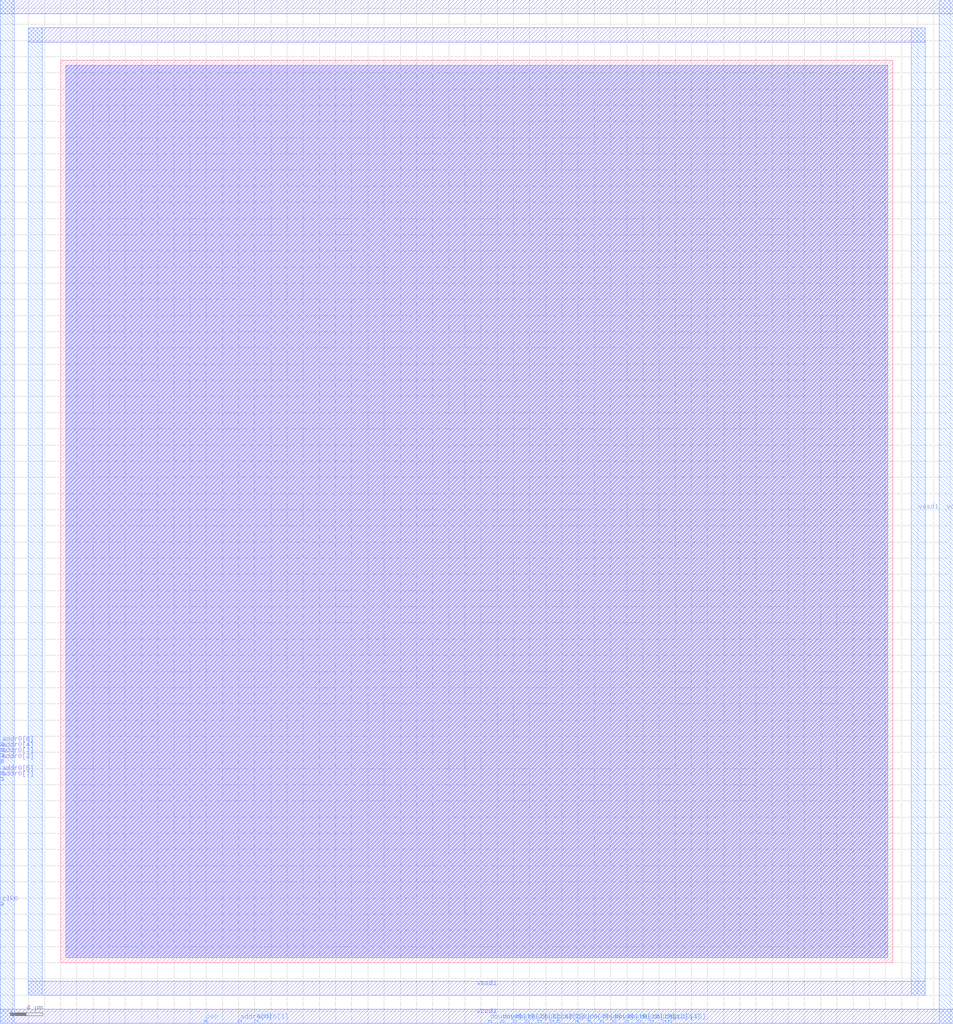
<source format=lef>
VERSION 5.4 ;
NAMESCASESENSITIVE ON ;
BUSBITCHARS "[]" ;
DIVIDERCHAR "/" ;
UNITS
  DATABASE MICRONS 1000 ;
END UNITS
MACRO rom_low
   CLASS BLOCK ;
   SIZE 102.91 BY 111.56 ;
   SYMMETRY X Y R90 ;
   PIN clk0
      DIRECTION INPUT ;
      PORT
         LAYER met3 ;
         RECT  -7.48 7.09 -7.1 7.47 ;
      END
   END clk0
   PIN cs0
      DIRECTION INPUT ;
      PORT
         LAYER met4 ;
         RECT  17.755 -7.48 18.135 -7.1 ;
      END
   END cs0
   PIN addr0[0]
      DIRECTION INPUT ;
      PORT
         LAYER met4 ;
         RECT  21.97 -7.48 22.35 -7.1 ;
      END
   END addr0[0]
   PIN addr0[1]
      DIRECTION INPUT ;
      PORT
         LAYER met4 ;
         RECT  24.01 -7.48 24.39 -7.1 ;
      END
   END addr0[1]
   PIN addr0[2]
      DIRECTION INPUT ;
      PORT
         LAYER met3 ;
         RECT  -7.48 24.71 -7.1 25.09 ;
      END
   END addr0[2]
   PIN addr0[3]
      DIRECTION INPUT ;
      PORT
         LAYER met3 ;
         RECT  -7.48 25.455 -7.1 25.835 ;
      END
   END addr0[3]
   PIN addr0[4]
      DIRECTION INPUT ;
      PORT
         LAYER met3 ;
         RECT  -7.48 26.145 -7.1 26.525 ;
      END
   END addr0[4]
   PIN addr0[5]
      DIRECTION INPUT ;
      PORT
         LAYER met3 ;
         RECT  -7.48 23.24 -7.1 23.62 ;
      END
   END addr0[5]
   PIN addr0[6]
      DIRECTION INPUT ;
      PORT
         LAYER met3 ;
         RECT  -7.48 26.835 -7.1 27.215 ;
      END
   END addr0[6]
   PIN addr0[7]
      DIRECTION INPUT ;
      PORT
         LAYER met3 ;
         RECT  -7.48 22.55 -7.1 22.93 ;
      END
   END addr0[7]
   PIN dout0[0]
      DIRECTION OUTPUT ;
      PORT
         LAYER met4 ;
         RECT  52.895 -7.48 53.275 -7.1 ;
      END
   END dout0[0]
   PIN dout0[1]
      DIRECTION OUTPUT ;
      PORT
         LAYER met4 ;
         RECT  54.435 -7.48 54.815 -7.1 ;
      END
   END dout0[1]
   PIN dout0[2]
      DIRECTION OUTPUT ;
      PORT
         LAYER met4 ;
         RECT  55.975 -7.48 56.355 -7.1 ;
      END
   END dout0[2]
   PIN dout0[3]
      DIRECTION OUTPUT ;
      PORT
         LAYER met4 ;
         RECT  57.515 -7.48 57.895 -7.1 ;
      END
   END dout0[3]
   PIN dout0[4]
      DIRECTION OUTPUT ;
      PORT
         LAYER met4 ;
         RECT  59.055 -7.48 59.435 -7.1 ;
      END
   END dout0[4]
   PIN dout0[5]
      DIRECTION OUTPUT ;
      PORT
         LAYER met4 ;
         RECT  60.595 -7.48 60.975 -7.1 ;
      END
   END dout0[5]
   PIN dout0[6]
      DIRECTION OUTPUT ;
      PORT
         LAYER met4 ;
         RECT  61.355 -7.48 61.735 -7.1 ;
      END
   END dout0[6]
   PIN dout0[7]
      DIRECTION OUTPUT ;
      PORT
         LAYER met4 ;
         RECT  63.675 -7.48 64.055 -7.1 ;
      END
   END dout0[7]
   PIN dout0[8]
      DIRECTION OUTPUT ;
      PORT
         LAYER met4 ;
         RECT  65.215 -7.48 65.595 -7.1 ;
      END
   END dout0[8]
   PIN dout0[9]
      DIRECTION OUTPUT ;
      PORT
         LAYER met4 ;
         RECT  66.755 -7.48 67.135 -7.1 ;
      END
   END dout0[9]
   PIN dout0[10]
      DIRECTION OUTPUT ;
      PORT
         LAYER met4 ;
         RECT  68.295 -7.48 68.675 -7.1 ;
      END
   END dout0[10]
   PIN dout0[11]
      DIRECTION OUTPUT ;
      PORT
         LAYER met4 ;
         RECT  69.835 -7.48 70.215 -7.1 ;
      END
   END dout0[11]
   PIN dout0[12]
      DIRECTION OUTPUT ;
      PORT
         LAYER met4 ;
         RECT  71.375 -7.48 71.755 -7.1 ;
      END
   END dout0[12]
   PIN dout0[13]
      DIRECTION OUTPUT ;
      PORT
         LAYER met4 ;
         RECT  72.915 -7.48 73.295 -7.1 ;
      END
   END dout0[13]
   PIN dout0[14]
      DIRECTION OUTPUT ;
      PORT
         LAYER met4 ;
         RECT  74.455 -7.48 74.835 -7.1 ;
      END
   END dout0[14]
   PIN dout0[15]
      DIRECTION OUTPUT ;
      PORT
         LAYER met4 ;
         RECT  75.16 -7.48 75.54 -7.1 ;
      END
   END dout0[15]
   PIN vccd1
      DIRECTION INOUT ;
      USE POWER ; 
      SHAPE ABUTMENT ; 
      PORT
         LAYER met3 ;
         RECT  -7.48 117.3 110.39 119.04 ;
         LAYER met4 ;
         RECT  -7.48 -7.48 -5.74 119.04 ;
         LAYER met4 ;
         RECT  108.65 -7.48 110.39 119.04 ;
         LAYER met3 ;
         RECT  -7.48 -7.48 110.39 -5.74 ;
      END
   END vccd1
   PIN vssd1
      DIRECTION INOUT ;
      USE GROUND ; 
      SHAPE ABUTMENT ; 
      PORT
         LAYER met4 ;
         RECT  -4.0 -4.0 -2.26 115.56 ;
         LAYER met3 ;
         RECT  -4.0 113.82 106.91 115.56 ;
         LAYER met3 ;
         RECT  -4.0 -4.0 106.91 -2.26 ;
         LAYER met4 ;
         RECT  105.17 -4.0 106.91 115.56 ;
      END
   END vssd1
   OBS
   LAYER  met1 ;
      RECT  0.62 0.62 102.29 110.94 ;
   LAYER  met2 ;
      RECT  0.62 0.62 102.29 110.94 ;
   LAYER  met3 ;
      RECT  0.62 0.62 102.29 110.94 ;
   LAYER  met4 ;
      RECT  0.62 0.62 102.29 110.94 ;
   END
END    rom_low
END    LIBRARY

</source>
